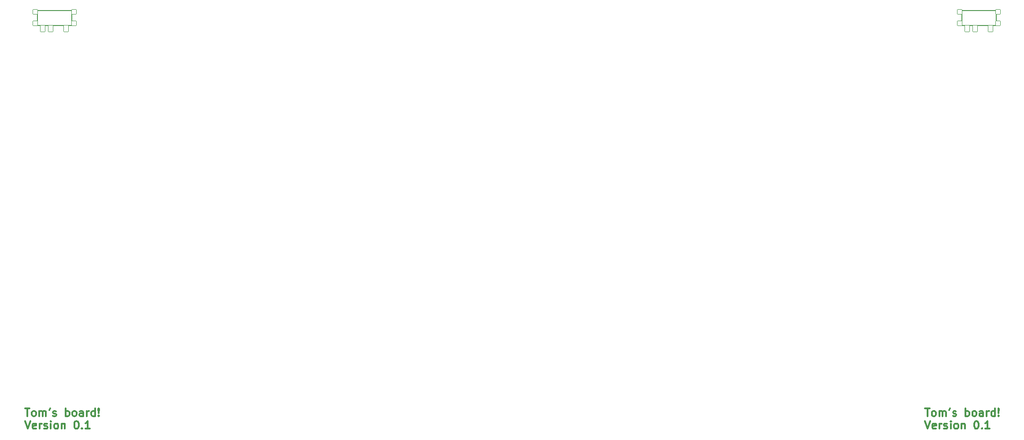
<source format=gto>
%TF.GenerationSoftware,KiCad,Pcbnew,8.0.1*%
%TF.CreationDate,2024-04-22T06:21:47+12:00*%
%TF.ProjectId,main routed,6d61696e-2072-46f7-9574-65642e6b6963,v1.0.0*%
%TF.SameCoordinates,Original*%
%TF.FileFunction,Legend,Top*%
%TF.FilePolarity,Positive*%
%FSLAX46Y46*%
G04 Gerber Fmt 4.6, Leading zero omitted, Abs format (unit mm)*
G04 Created by KiCad (PCBNEW 8.0.1) date 2024-04-22 06:21:47*
%MOMM*%
%LPD*%
G01*
G04 APERTURE LIST*
G04 Aperture macros list*
%AMRoundRect*
0 Rectangle with rounded corners*
0 $1 Rounding radius*
0 $2 $3 $4 $5 $6 $7 $8 $9 X,Y pos of 4 corners*
0 Add a 4 corners polygon primitive as box body*
4,1,4,$2,$3,$4,$5,$6,$7,$8,$9,$2,$3,0*
0 Add four circle primitives for the rounded corners*
1,1,$1+$1,$2,$3*
1,1,$1+$1,$4,$5*
1,1,$1+$1,$6,$7*
1,1,$1+$1,$8,$9*
0 Add four rect primitives between the rounded corners*
20,1,$1+$1,$2,$3,$4,$5,0*
20,1,$1+$1,$4,$5,$6,$7,0*
20,1,$1+$1,$6,$7,$8,$9,0*
20,1,$1+$1,$8,$9,$2,$3,0*%
G04 Aperture macros list end*
%ADD10C,0.300000*%
%ADD11C,0.150000*%
%ADD12RoundRect,0.050000X-0.450000X-0.450000X0.450000X-0.450000X0.450000X0.450000X-0.450000X0.450000X0*%
%ADD13C,1.100000*%
%ADD14RoundRect,0.050000X-0.450000X-0.625000X0.450000X-0.625000X0.450000X0.625000X-0.450000X0.625000X0*%
%ADD15C,1.801800*%
%ADD16C,3.100000*%
%ADD17C,4.087800*%
%ADD18C,1.497000*%
%ADD19O,2.850000X1.900000*%
G04 APERTURE END LIST*
D10*
X52840225Y-111885912D02*
X53697368Y-111885912D01*
X53268796Y-113385912D02*
X53268796Y-111885912D01*
X54411653Y-113385912D02*
X54268796Y-113314484D01*
X54268796Y-113314484D02*
X54197367Y-113243055D01*
X54197367Y-113243055D02*
X54125939Y-113100198D01*
X54125939Y-113100198D02*
X54125939Y-112671626D01*
X54125939Y-112671626D02*
X54197367Y-112528769D01*
X54197367Y-112528769D02*
X54268796Y-112457341D01*
X54268796Y-112457341D02*
X54411653Y-112385912D01*
X54411653Y-112385912D02*
X54625939Y-112385912D01*
X54625939Y-112385912D02*
X54768796Y-112457341D01*
X54768796Y-112457341D02*
X54840225Y-112528769D01*
X54840225Y-112528769D02*
X54911653Y-112671626D01*
X54911653Y-112671626D02*
X54911653Y-113100198D01*
X54911653Y-113100198D02*
X54840225Y-113243055D01*
X54840225Y-113243055D02*
X54768796Y-113314484D01*
X54768796Y-113314484D02*
X54625939Y-113385912D01*
X54625939Y-113385912D02*
X54411653Y-113385912D01*
X55554510Y-113385912D02*
X55554510Y-112385912D01*
X55554510Y-112528769D02*
X55625939Y-112457341D01*
X55625939Y-112457341D02*
X55768796Y-112385912D01*
X55768796Y-112385912D02*
X55983082Y-112385912D01*
X55983082Y-112385912D02*
X56125939Y-112457341D01*
X56125939Y-112457341D02*
X56197368Y-112600198D01*
X56197368Y-112600198D02*
X56197368Y-113385912D01*
X56197368Y-112600198D02*
X56268796Y-112457341D01*
X56268796Y-112457341D02*
X56411653Y-112385912D01*
X56411653Y-112385912D02*
X56625939Y-112385912D01*
X56625939Y-112385912D02*
X56768796Y-112457341D01*
X56768796Y-112457341D02*
X56840225Y-112600198D01*
X56840225Y-112600198D02*
X56840225Y-113385912D01*
X57625939Y-111885912D02*
X57483082Y-112171626D01*
X58197368Y-113314484D02*
X58340225Y-113385912D01*
X58340225Y-113385912D02*
X58625939Y-113385912D01*
X58625939Y-113385912D02*
X58768796Y-113314484D01*
X58768796Y-113314484D02*
X58840225Y-113171626D01*
X58840225Y-113171626D02*
X58840225Y-113100198D01*
X58840225Y-113100198D02*
X58768796Y-112957341D01*
X58768796Y-112957341D02*
X58625939Y-112885912D01*
X58625939Y-112885912D02*
X58411654Y-112885912D01*
X58411654Y-112885912D02*
X58268796Y-112814484D01*
X58268796Y-112814484D02*
X58197368Y-112671626D01*
X58197368Y-112671626D02*
X58197368Y-112600198D01*
X58197368Y-112600198D02*
X58268796Y-112457341D01*
X58268796Y-112457341D02*
X58411654Y-112385912D01*
X58411654Y-112385912D02*
X58625939Y-112385912D01*
X58625939Y-112385912D02*
X58768796Y-112457341D01*
X60625939Y-113385912D02*
X60625939Y-111885912D01*
X60625939Y-112457341D02*
X60768797Y-112385912D01*
X60768797Y-112385912D02*
X61054511Y-112385912D01*
X61054511Y-112385912D02*
X61197368Y-112457341D01*
X61197368Y-112457341D02*
X61268797Y-112528769D01*
X61268797Y-112528769D02*
X61340225Y-112671626D01*
X61340225Y-112671626D02*
X61340225Y-113100198D01*
X61340225Y-113100198D02*
X61268797Y-113243055D01*
X61268797Y-113243055D02*
X61197368Y-113314484D01*
X61197368Y-113314484D02*
X61054511Y-113385912D01*
X61054511Y-113385912D02*
X60768797Y-113385912D01*
X60768797Y-113385912D02*
X60625939Y-113314484D01*
X62197368Y-113385912D02*
X62054511Y-113314484D01*
X62054511Y-113314484D02*
X61983082Y-113243055D01*
X61983082Y-113243055D02*
X61911654Y-113100198D01*
X61911654Y-113100198D02*
X61911654Y-112671626D01*
X61911654Y-112671626D02*
X61983082Y-112528769D01*
X61983082Y-112528769D02*
X62054511Y-112457341D01*
X62054511Y-112457341D02*
X62197368Y-112385912D01*
X62197368Y-112385912D02*
X62411654Y-112385912D01*
X62411654Y-112385912D02*
X62554511Y-112457341D01*
X62554511Y-112457341D02*
X62625940Y-112528769D01*
X62625940Y-112528769D02*
X62697368Y-112671626D01*
X62697368Y-112671626D02*
X62697368Y-113100198D01*
X62697368Y-113100198D02*
X62625940Y-113243055D01*
X62625940Y-113243055D02*
X62554511Y-113314484D01*
X62554511Y-113314484D02*
X62411654Y-113385912D01*
X62411654Y-113385912D02*
X62197368Y-113385912D01*
X63983083Y-113385912D02*
X63983083Y-112600198D01*
X63983083Y-112600198D02*
X63911654Y-112457341D01*
X63911654Y-112457341D02*
X63768797Y-112385912D01*
X63768797Y-112385912D02*
X63483083Y-112385912D01*
X63483083Y-112385912D02*
X63340225Y-112457341D01*
X63983083Y-113314484D02*
X63840225Y-113385912D01*
X63840225Y-113385912D02*
X63483083Y-113385912D01*
X63483083Y-113385912D02*
X63340225Y-113314484D01*
X63340225Y-113314484D02*
X63268797Y-113171626D01*
X63268797Y-113171626D02*
X63268797Y-113028769D01*
X63268797Y-113028769D02*
X63340225Y-112885912D01*
X63340225Y-112885912D02*
X63483083Y-112814484D01*
X63483083Y-112814484D02*
X63840225Y-112814484D01*
X63840225Y-112814484D02*
X63983083Y-112743055D01*
X64697368Y-113385912D02*
X64697368Y-112385912D01*
X64697368Y-112671626D02*
X64768797Y-112528769D01*
X64768797Y-112528769D02*
X64840226Y-112457341D01*
X64840226Y-112457341D02*
X64983083Y-112385912D01*
X64983083Y-112385912D02*
X65125940Y-112385912D01*
X66268797Y-113385912D02*
X66268797Y-111885912D01*
X66268797Y-113314484D02*
X66125939Y-113385912D01*
X66125939Y-113385912D02*
X65840225Y-113385912D01*
X65840225Y-113385912D02*
X65697368Y-113314484D01*
X65697368Y-113314484D02*
X65625939Y-113243055D01*
X65625939Y-113243055D02*
X65554511Y-113100198D01*
X65554511Y-113100198D02*
X65554511Y-112671626D01*
X65554511Y-112671626D02*
X65625939Y-112528769D01*
X65625939Y-112528769D02*
X65697368Y-112457341D01*
X65697368Y-112457341D02*
X65840225Y-112385912D01*
X65840225Y-112385912D02*
X66125939Y-112385912D01*
X66125939Y-112385912D02*
X66268797Y-112457341D01*
X66983082Y-113243055D02*
X67054511Y-113314484D01*
X67054511Y-113314484D02*
X66983082Y-113385912D01*
X66983082Y-113385912D02*
X66911654Y-113314484D01*
X66911654Y-113314484D02*
X66983082Y-113243055D01*
X66983082Y-113243055D02*
X66983082Y-113385912D01*
X66983082Y-112814484D02*
X66911654Y-111957341D01*
X66911654Y-111957341D02*
X66983082Y-111885912D01*
X66983082Y-111885912D02*
X67054511Y-111957341D01*
X67054511Y-111957341D02*
X66983082Y-112814484D01*
X66983082Y-112814484D02*
X66983082Y-111885912D01*
X52840225Y-114300828D02*
X53340225Y-115800828D01*
X53340225Y-115800828D02*
X53840225Y-114300828D01*
X54911653Y-115729400D02*
X54768796Y-115800828D01*
X54768796Y-115800828D02*
X54483082Y-115800828D01*
X54483082Y-115800828D02*
X54340224Y-115729400D01*
X54340224Y-115729400D02*
X54268796Y-115586542D01*
X54268796Y-115586542D02*
X54268796Y-115015114D01*
X54268796Y-115015114D02*
X54340224Y-114872257D01*
X54340224Y-114872257D02*
X54483082Y-114800828D01*
X54483082Y-114800828D02*
X54768796Y-114800828D01*
X54768796Y-114800828D02*
X54911653Y-114872257D01*
X54911653Y-114872257D02*
X54983082Y-115015114D01*
X54983082Y-115015114D02*
X54983082Y-115157971D01*
X54983082Y-115157971D02*
X54268796Y-115300828D01*
X55625938Y-115800828D02*
X55625938Y-114800828D01*
X55625938Y-115086542D02*
X55697367Y-114943685D01*
X55697367Y-114943685D02*
X55768796Y-114872257D01*
X55768796Y-114872257D02*
X55911653Y-114800828D01*
X55911653Y-114800828D02*
X56054510Y-114800828D01*
X56483081Y-115729400D02*
X56625938Y-115800828D01*
X56625938Y-115800828D02*
X56911652Y-115800828D01*
X56911652Y-115800828D02*
X57054509Y-115729400D01*
X57054509Y-115729400D02*
X57125938Y-115586542D01*
X57125938Y-115586542D02*
X57125938Y-115515114D01*
X57125938Y-115515114D02*
X57054509Y-115372257D01*
X57054509Y-115372257D02*
X56911652Y-115300828D01*
X56911652Y-115300828D02*
X56697367Y-115300828D01*
X56697367Y-115300828D02*
X56554509Y-115229400D01*
X56554509Y-115229400D02*
X56483081Y-115086542D01*
X56483081Y-115086542D02*
X56483081Y-115015114D01*
X56483081Y-115015114D02*
X56554509Y-114872257D01*
X56554509Y-114872257D02*
X56697367Y-114800828D01*
X56697367Y-114800828D02*
X56911652Y-114800828D01*
X56911652Y-114800828D02*
X57054509Y-114872257D01*
X57768795Y-115800828D02*
X57768795Y-114800828D01*
X57768795Y-114300828D02*
X57697367Y-114372257D01*
X57697367Y-114372257D02*
X57768795Y-114443685D01*
X57768795Y-114443685D02*
X57840224Y-114372257D01*
X57840224Y-114372257D02*
X57768795Y-114300828D01*
X57768795Y-114300828D02*
X57768795Y-114443685D01*
X58697367Y-115800828D02*
X58554510Y-115729400D01*
X58554510Y-115729400D02*
X58483081Y-115657971D01*
X58483081Y-115657971D02*
X58411653Y-115515114D01*
X58411653Y-115515114D02*
X58411653Y-115086542D01*
X58411653Y-115086542D02*
X58483081Y-114943685D01*
X58483081Y-114943685D02*
X58554510Y-114872257D01*
X58554510Y-114872257D02*
X58697367Y-114800828D01*
X58697367Y-114800828D02*
X58911653Y-114800828D01*
X58911653Y-114800828D02*
X59054510Y-114872257D01*
X59054510Y-114872257D02*
X59125939Y-114943685D01*
X59125939Y-114943685D02*
X59197367Y-115086542D01*
X59197367Y-115086542D02*
X59197367Y-115515114D01*
X59197367Y-115515114D02*
X59125939Y-115657971D01*
X59125939Y-115657971D02*
X59054510Y-115729400D01*
X59054510Y-115729400D02*
X58911653Y-115800828D01*
X58911653Y-115800828D02*
X58697367Y-115800828D01*
X59840224Y-114800828D02*
X59840224Y-115800828D01*
X59840224Y-114943685D02*
X59911653Y-114872257D01*
X59911653Y-114872257D02*
X60054510Y-114800828D01*
X60054510Y-114800828D02*
X60268796Y-114800828D01*
X60268796Y-114800828D02*
X60411653Y-114872257D01*
X60411653Y-114872257D02*
X60483082Y-115015114D01*
X60483082Y-115015114D02*
X60483082Y-115800828D01*
X62625939Y-114300828D02*
X62768796Y-114300828D01*
X62768796Y-114300828D02*
X62911653Y-114372257D01*
X62911653Y-114372257D02*
X62983082Y-114443685D01*
X62983082Y-114443685D02*
X63054510Y-114586542D01*
X63054510Y-114586542D02*
X63125939Y-114872257D01*
X63125939Y-114872257D02*
X63125939Y-115229400D01*
X63125939Y-115229400D02*
X63054510Y-115515114D01*
X63054510Y-115515114D02*
X62983082Y-115657971D01*
X62983082Y-115657971D02*
X62911653Y-115729400D01*
X62911653Y-115729400D02*
X62768796Y-115800828D01*
X62768796Y-115800828D02*
X62625939Y-115800828D01*
X62625939Y-115800828D02*
X62483082Y-115729400D01*
X62483082Y-115729400D02*
X62411653Y-115657971D01*
X62411653Y-115657971D02*
X62340224Y-115515114D01*
X62340224Y-115515114D02*
X62268796Y-115229400D01*
X62268796Y-115229400D02*
X62268796Y-114872257D01*
X62268796Y-114872257D02*
X62340224Y-114586542D01*
X62340224Y-114586542D02*
X62411653Y-114443685D01*
X62411653Y-114443685D02*
X62483082Y-114372257D01*
X62483082Y-114372257D02*
X62625939Y-114300828D01*
X63768795Y-115657971D02*
X63840224Y-115729400D01*
X63840224Y-115729400D02*
X63768795Y-115800828D01*
X63768795Y-115800828D02*
X63697367Y-115729400D01*
X63697367Y-115729400D02*
X63768795Y-115657971D01*
X63768795Y-115657971D02*
X63768795Y-115800828D01*
X65268796Y-115800828D02*
X64411653Y-115800828D01*
X64840224Y-115800828D02*
X64840224Y-114300828D01*
X64840224Y-114300828D02*
X64697367Y-114515114D01*
X64697367Y-114515114D02*
X64554510Y-114657971D01*
X64554510Y-114657971D02*
X64411653Y-114729400D01*
X225840225Y-111885912D02*
X226697368Y-111885912D01*
X226268796Y-113385912D02*
X226268796Y-111885912D01*
X227411653Y-113385912D02*
X227268796Y-113314484D01*
X227268796Y-113314484D02*
X227197367Y-113243055D01*
X227197367Y-113243055D02*
X227125939Y-113100198D01*
X227125939Y-113100198D02*
X227125939Y-112671626D01*
X227125939Y-112671626D02*
X227197367Y-112528769D01*
X227197367Y-112528769D02*
X227268796Y-112457341D01*
X227268796Y-112457341D02*
X227411653Y-112385912D01*
X227411653Y-112385912D02*
X227625939Y-112385912D01*
X227625939Y-112385912D02*
X227768796Y-112457341D01*
X227768796Y-112457341D02*
X227840225Y-112528769D01*
X227840225Y-112528769D02*
X227911653Y-112671626D01*
X227911653Y-112671626D02*
X227911653Y-113100198D01*
X227911653Y-113100198D02*
X227840225Y-113243055D01*
X227840225Y-113243055D02*
X227768796Y-113314484D01*
X227768796Y-113314484D02*
X227625939Y-113385912D01*
X227625939Y-113385912D02*
X227411653Y-113385912D01*
X228554510Y-113385912D02*
X228554510Y-112385912D01*
X228554510Y-112528769D02*
X228625939Y-112457341D01*
X228625939Y-112457341D02*
X228768796Y-112385912D01*
X228768796Y-112385912D02*
X228983082Y-112385912D01*
X228983082Y-112385912D02*
X229125939Y-112457341D01*
X229125939Y-112457341D02*
X229197368Y-112600198D01*
X229197368Y-112600198D02*
X229197368Y-113385912D01*
X229197368Y-112600198D02*
X229268796Y-112457341D01*
X229268796Y-112457341D02*
X229411653Y-112385912D01*
X229411653Y-112385912D02*
X229625939Y-112385912D01*
X229625939Y-112385912D02*
X229768796Y-112457341D01*
X229768796Y-112457341D02*
X229840225Y-112600198D01*
X229840225Y-112600198D02*
X229840225Y-113385912D01*
X230625939Y-111885912D02*
X230483082Y-112171626D01*
X231197368Y-113314484D02*
X231340225Y-113385912D01*
X231340225Y-113385912D02*
X231625939Y-113385912D01*
X231625939Y-113385912D02*
X231768796Y-113314484D01*
X231768796Y-113314484D02*
X231840225Y-113171626D01*
X231840225Y-113171626D02*
X231840225Y-113100198D01*
X231840225Y-113100198D02*
X231768796Y-112957341D01*
X231768796Y-112957341D02*
X231625939Y-112885912D01*
X231625939Y-112885912D02*
X231411654Y-112885912D01*
X231411654Y-112885912D02*
X231268796Y-112814484D01*
X231268796Y-112814484D02*
X231197368Y-112671626D01*
X231197368Y-112671626D02*
X231197368Y-112600198D01*
X231197368Y-112600198D02*
X231268796Y-112457341D01*
X231268796Y-112457341D02*
X231411654Y-112385912D01*
X231411654Y-112385912D02*
X231625939Y-112385912D01*
X231625939Y-112385912D02*
X231768796Y-112457341D01*
X233625939Y-113385912D02*
X233625939Y-111885912D01*
X233625939Y-112457341D02*
X233768797Y-112385912D01*
X233768797Y-112385912D02*
X234054511Y-112385912D01*
X234054511Y-112385912D02*
X234197368Y-112457341D01*
X234197368Y-112457341D02*
X234268797Y-112528769D01*
X234268797Y-112528769D02*
X234340225Y-112671626D01*
X234340225Y-112671626D02*
X234340225Y-113100198D01*
X234340225Y-113100198D02*
X234268797Y-113243055D01*
X234268797Y-113243055D02*
X234197368Y-113314484D01*
X234197368Y-113314484D02*
X234054511Y-113385912D01*
X234054511Y-113385912D02*
X233768797Y-113385912D01*
X233768797Y-113385912D02*
X233625939Y-113314484D01*
X235197368Y-113385912D02*
X235054511Y-113314484D01*
X235054511Y-113314484D02*
X234983082Y-113243055D01*
X234983082Y-113243055D02*
X234911654Y-113100198D01*
X234911654Y-113100198D02*
X234911654Y-112671626D01*
X234911654Y-112671626D02*
X234983082Y-112528769D01*
X234983082Y-112528769D02*
X235054511Y-112457341D01*
X235054511Y-112457341D02*
X235197368Y-112385912D01*
X235197368Y-112385912D02*
X235411654Y-112385912D01*
X235411654Y-112385912D02*
X235554511Y-112457341D01*
X235554511Y-112457341D02*
X235625940Y-112528769D01*
X235625940Y-112528769D02*
X235697368Y-112671626D01*
X235697368Y-112671626D02*
X235697368Y-113100198D01*
X235697368Y-113100198D02*
X235625940Y-113243055D01*
X235625940Y-113243055D02*
X235554511Y-113314484D01*
X235554511Y-113314484D02*
X235411654Y-113385912D01*
X235411654Y-113385912D02*
X235197368Y-113385912D01*
X236983083Y-113385912D02*
X236983083Y-112600198D01*
X236983083Y-112600198D02*
X236911654Y-112457341D01*
X236911654Y-112457341D02*
X236768797Y-112385912D01*
X236768797Y-112385912D02*
X236483083Y-112385912D01*
X236483083Y-112385912D02*
X236340225Y-112457341D01*
X236983083Y-113314484D02*
X236840225Y-113385912D01*
X236840225Y-113385912D02*
X236483083Y-113385912D01*
X236483083Y-113385912D02*
X236340225Y-113314484D01*
X236340225Y-113314484D02*
X236268797Y-113171626D01*
X236268797Y-113171626D02*
X236268797Y-113028769D01*
X236268797Y-113028769D02*
X236340225Y-112885912D01*
X236340225Y-112885912D02*
X236483083Y-112814484D01*
X236483083Y-112814484D02*
X236840225Y-112814484D01*
X236840225Y-112814484D02*
X236983083Y-112743055D01*
X237697368Y-113385912D02*
X237697368Y-112385912D01*
X237697368Y-112671626D02*
X237768797Y-112528769D01*
X237768797Y-112528769D02*
X237840226Y-112457341D01*
X237840226Y-112457341D02*
X237983083Y-112385912D01*
X237983083Y-112385912D02*
X238125940Y-112385912D01*
X239268797Y-113385912D02*
X239268797Y-111885912D01*
X239268797Y-113314484D02*
X239125939Y-113385912D01*
X239125939Y-113385912D02*
X238840225Y-113385912D01*
X238840225Y-113385912D02*
X238697368Y-113314484D01*
X238697368Y-113314484D02*
X238625939Y-113243055D01*
X238625939Y-113243055D02*
X238554511Y-113100198D01*
X238554511Y-113100198D02*
X238554511Y-112671626D01*
X238554511Y-112671626D02*
X238625939Y-112528769D01*
X238625939Y-112528769D02*
X238697368Y-112457341D01*
X238697368Y-112457341D02*
X238840225Y-112385912D01*
X238840225Y-112385912D02*
X239125939Y-112385912D01*
X239125939Y-112385912D02*
X239268797Y-112457341D01*
X239983082Y-113243055D02*
X240054511Y-113314484D01*
X240054511Y-113314484D02*
X239983082Y-113385912D01*
X239983082Y-113385912D02*
X239911654Y-113314484D01*
X239911654Y-113314484D02*
X239983082Y-113243055D01*
X239983082Y-113243055D02*
X239983082Y-113385912D01*
X239983082Y-112814484D02*
X239911654Y-111957341D01*
X239911654Y-111957341D02*
X239983082Y-111885912D01*
X239983082Y-111885912D02*
X240054511Y-111957341D01*
X240054511Y-111957341D02*
X239983082Y-112814484D01*
X239983082Y-112814484D02*
X239983082Y-111885912D01*
X225840225Y-114300828D02*
X226340225Y-115800828D01*
X226340225Y-115800828D02*
X226840225Y-114300828D01*
X227911653Y-115729400D02*
X227768796Y-115800828D01*
X227768796Y-115800828D02*
X227483082Y-115800828D01*
X227483082Y-115800828D02*
X227340224Y-115729400D01*
X227340224Y-115729400D02*
X227268796Y-115586542D01*
X227268796Y-115586542D02*
X227268796Y-115015114D01*
X227268796Y-115015114D02*
X227340224Y-114872257D01*
X227340224Y-114872257D02*
X227483082Y-114800828D01*
X227483082Y-114800828D02*
X227768796Y-114800828D01*
X227768796Y-114800828D02*
X227911653Y-114872257D01*
X227911653Y-114872257D02*
X227983082Y-115015114D01*
X227983082Y-115015114D02*
X227983082Y-115157971D01*
X227983082Y-115157971D02*
X227268796Y-115300828D01*
X228625938Y-115800828D02*
X228625938Y-114800828D01*
X228625938Y-115086542D02*
X228697367Y-114943685D01*
X228697367Y-114943685D02*
X228768796Y-114872257D01*
X228768796Y-114872257D02*
X228911653Y-114800828D01*
X228911653Y-114800828D02*
X229054510Y-114800828D01*
X229483081Y-115729400D02*
X229625938Y-115800828D01*
X229625938Y-115800828D02*
X229911652Y-115800828D01*
X229911652Y-115800828D02*
X230054509Y-115729400D01*
X230054509Y-115729400D02*
X230125938Y-115586542D01*
X230125938Y-115586542D02*
X230125938Y-115515114D01*
X230125938Y-115515114D02*
X230054509Y-115372257D01*
X230054509Y-115372257D02*
X229911652Y-115300828D01*
X229911652Y-115300828D02*
X229697367Y-115300828D01*
X229697367Y-115300828D02*
X229554509Y-115229400D01*
X229554509Y-115229400D02*
X229483081Y-115086542D01*
X229483081Y-115086542D02*
X229483081Y-115015114D01*
X229483081Y-115015114D02*
X229554509Y-114872257D01*
X229554509Y-114872257D02*
X229697367Y-114800828D01*
X229697367Y-114800828D02*
X229911652Y-114800828D01*
X229911652Y-114800828D02*
X230054509Y-114872257D01*
X230768795Y-115800828D02*
X230768795Y-114800828D01*
X230768795Y-114300828D02*
X230697367Y-114372257D01*
X230697367Y-114372257D02*
X230768795Y-114443685D01*
X230768795Y-114443685D02*
X230840224Y-114372257D01*
X230840224Y-114372257D02*
X230768795Y-114300828D01*
X230768795Y-114300828D02*
X230768795Y-114443685D01*
X231697367Y-115800828D02*
X231554510Y-115729400D01*
X231554510Y-115729400D02*
X231483081Y-115657971D01*
X231483081Y-115657971D02*
X231411653Y-115515114D01*
X231411653Y-115515114D02*
X231411653Y-115086542D01*
X231411653Y-115086542D02*
X231483081Y-114943685D01*
X231483081Y-114943685D02*
X231554510Y-114872257D01*
X231554510Y-114872257D02*
X231697367Y-114800828D01*
X231697367Y-114800828D02*
X231911653Y-114800828D01*
X231911653Y-114800828D02*
X232054510Y-114872257D01*
X232054510Y-114872257D02*
X232125939Y-114943685D01*
X232125939Y-114943685D02*
X232197367Y-115086542D01*
X232197367Y-115086542D02*
X232197367Y-115515114D01*
X232197367Y-115515114D02*
X232125939Y-115657971D01*
X232125939Y-115657971D02*
X232054510Y-115729400D01*
X232054510Y-115729400D02*
X231911653Y-115800828D01*
X231911653Y-115800828D02*
X231697367Y-115800828D01*
X232840224Y-114800828D02*
X232840224Y-115800828D01*
X232840224Y-114943685D02*
X232911653Y-114872257D01*
X232911653Y-114872257D02*
X233054510Y-114800828D01*
X233054510Y-114800828D02*
X233268796Y-114800828D01*
X233268796Y-114800828D02*
X233411653Y-114872257D01*
X233411653Y-114872257D02*
X233483082Y-115015114D01*
X233483082Y-115015114D02*
X233483082Y-115800828D01*
X235625939Y-114300828D02*
X235768796Y-114300828D01*
X235768796Y-114300828D02*
X235911653Y-114372257D01*
X235911653Y-114372257D02*
X235983082Y-114443685D01*
X235983082Y-114443685D02*
X236054510Y-114586542D01*
X236054510Y-114586542D02*
X236125939Y-114872257D01*
X236125939Y-114872257D02*
X236125939Y-115229400D01*
X236125939Y-115229400D02*
X236054510Y-115515114D01*
X236054510Y-115515114D02*
X235983082Y-115657971D01*
X235983082Y-115657971D02*
X235911653Y-115729400D01*
X235911653Y-115729400D02*
X235768796Y-115800828D01*
X235768796Y-115800828D02*
X235625939Y-115800828D01*
X235625939Y-115800828D02*
X235483082Y-115729400D01*
X235483082Y-115729400D02*
X235411653Y-115657971D01*
X235411653Y-115657971D02*
X235340224Y-115515114D01*
X235340224Y-115515114D02*
X235268796Y-115229400D01*
X235268796Y-115229400D02*
X235268796Y-114872257D01*
X235268796Y-114872257D02*
X235340224Y-114586542D01*
X235340224Y-114586542D02*
X235411653Y-114443685D01*
X235411653Y-114443685D02*
X235483082Y-114372257D01*
X235483082Y-114372257D02*
X235625939Y-114300828D01*
X236768795Y-115657971D02*
X236840224Y-115729400D01*
X236840224Y-115729400D02*
X236768795Y-115800828D01*
X236768795Y-115800828D02*
X236697367Y-115729400D01*
X236697367Y-115729400D02*
X236768795Y-115657971D01*
X236768795Y-115657971D02*
X236768795Y-115800828D01*
X238268796Y-115800828D02*
X237411653Y-115800828D01*
X237840224Y-115800828D02*
X237840224Y-114300828D01*
X237840224Y-114300828D02*
X237697367Y-114515114D01*
X237697367Y-114515114D02*
X237554510Y-114657971D01*
X237554510Y-114657971D02*
X237411653Y-114729400D01*
D11*
%TO.C,T1*%
X55192257Y-35270000D02*
X55192257Y-38120000D01*
X55192257Y-38120000D02*
X61792257Y-38120000D01*
X58492257Y-35270000D02*
X55192257Y-35270000D01*
X58492257Y-35270000D02*
X61792257Y-35270000D01*
X60442257Y-35270000D02*
X56542257Y-35270000D01*
X61792257Y-38120000D02*
X61792257Y-35270000D01*
%TO.C,T2*%
X232880000Y-35270000D02*
X232880000Y-38120000D01*
X232880000Y-38120000D02*
X239480000Y-38120000D01*
X236180000Y-35270000D02*
X232880000Y-35270000D01*
X236180000Y-35270000D02*
X239480000Y-35270000D01*
X238130000Y-35270000D02*
X234230000Y-35270000D01*
X239480000Y-38120000D02*
X239480000Y-35270000D01*
%TD*%
%LPC*%
D12*
%TO.C,T1*%
X54792257Y-35520000D03*
X54792257Y-37720000D03*
D13*
X56992257Y-36620000D03*
X59992257Y-36620000D03*
D12*
X62192257Y-35520000D03*
X62192257Y-37720000D03*
D14*
X60742257Y-38695000D03*
X57742257Y-38695000D03*
X56242257Y-38695000D03*
%TD*%
D15*
%TO.C,S25*%
X211340000Y-83124000D03*
D16*
X212610000Y-80584000D03*
D17*
X216420000Y-83124000D03*
D16*
X218960000Y-78044000D03*
D15*
X221500000Y-83124000D03*
%TD*%
%TO.C,S28*%
X191580000Y-95011200D03*
D16*
X192850000Y-92471200D03*
D17*
X196660000Y-95011200D03*
D16*
X199200000Y-89931200D03*
D15*
X201740000Y-95011200D03*
%TD*%
%TO.C,S14*%
X112692257Y-79161600D03*
D16*
X113962257Y-76621600D03*
D17*
X117772257Y-79161600D03*
D16*
X120312257Y-74081600D03*
D15*
X122852257Y-79161600D03*
%TD*%
D12*
%TO.C,T2*%
X232480000Y-35520000D03*
X232480000Y-37720000D03*
D13*
X234680000Y-36620000D03*
X237680000Y-36620000D03*
D12*
X239880000Y-35520000D03*
X239880000Y-37720000D03*
D14*
X238430000Y-38695000D03*
X235430000Y-38695000D03*
X233930000Y-38695000D03*
%TD*%
D15*
%TO.C,S36*%
X159376323Y-134853675D03*
D16*
X158910800Y-132052285D03*
D17*
X163486129Y-131867726D03*
D16*
X162555083Y-126264945D03*
D15*
X167595935Y-128881777D03*
%TD*%
%TO.C,S4*%
X53412257Y-89067600D03*
D16*
X54682257Y-86527600D03*
D17*
X58492257Y-89067600D03*
D16*
X61032257Y-83987600D03*
D15*
X63572257Y-89067600D03*
%TD*%
D18*
%TO.C,BATTPAD4*%
X215420000Y-97030000D03*
X217420000Y-97030000D03*
%TD*%
D15*
%TO.C,S35*%
X179105183Y-123137524D03*
D16*
X179528122Y-120329389D03*
D17*
X183936550Y-121567718D03*
D16*
X184782427Y-115951448D03*
D15*
X188767917Y-119997912D03*
%TD*%
%TO.C,S17*%
X105904340Y-119997912D03*
D16*
X107897085Y-117974680D03*
D17*
X110735707Y-121567718D03*
D16*
X114721197Y-117521254D03*
D15*
X115567074Y-123137524D03*
%TD*%
%TO.C,S30*%
X191580000Y-55387200D03*
D16*
X192850000Y-52847200D03*
D17*
X196660000Y-55387200D03*
D16*
X199200000Y-50307200D03*
D15*
X201740000Y-55387200D03*
%TD*%
%TO.C,S32*%
X171820000Y-79161600D03*
D16*
X173090000Y-76621600D03*
D17*
X176900000Y-79161600D03*
D16*
X179440000Y-74081600D03*
D15*
X181980000Y-79161600D03*
%TD*%
%TO.C,S26*%
X211340000Y-63312000D03*
D16*
X212610000Y-60772000D03*
D17*
X216420000Y-63312000D03*
D16*
X218960000Y-58232000D03*
D15*
X221500000Y-63312000D03*
%TD*%
%TO.C,S15*%
X112692257Y-59349600D03*
D16*
X113962257Y-56809600D03*
D17*
X117772257Y-59349600D03*
D16*
X120312257Y-54269600D03*
D15*
X122852257Y-59349600D03*
%TD*%
%TO.C,S2*%
X33652257Y-89067600D03*
D16*
X34922257Y-86527600D03*
D17*
X38732257Y-89067600D03*
D16*
X41272257Y-83987600D03*
D15*
X43812257Y-89067600D03*
%TD*%
%TO.C,S27*%
X211340000Y-43500000D03*
D16*
X212610000Y-40960000D03*
D17*
X216420000Y-43500000D03*
D16*
X218960000Y-38420000D03*
D15*
X221500000Y-43500000D03*
%TD*%
%TO.C,S11*%
X92932257Y-75199200D03*
D16*
X94202257Y-72659200D03*
D17*
X98012257Y-75199200D03*
D16*
X100552257Y-70119200D03*
D15*
X103092257Y-75199200D03*
%TD*%
D19*
%TO.C,xiao-ble2*%
X247735000Y-37348600D03*
X247735000Y-39888600D03*
X247735000Y-42428600D03*
X247735000Y-44968600D03*
X247735000Y-47508600D03*
X247735000Y-50048600D03*
X247735000Y-52588600D03*
X263925000Y-52588600D03*
X263925000Y-50048600D03*
X263925000Y-47508600D03*
X263925000Y-44968600D03*
X263925000Y-42428600D03*
X263925000Y-39888600D03*
X263925000Y-37348600D03*
D18*
X254560000Y-36396600D03*
X257100000Y-36396600D03*
X254560000Y-38936600D03*
X257100000Y-38936600D03*
X251385000Y-44651600D03*
X251385000Y-42746600D03*
%TD*%
D15*
%TO.C,S1*%
X33652257Y-108879600D03*
D16*
X34922257Y-106339600D03*
D17*
X38732257Y-108879600D03*
D16*
X41272257Y-103799600D03*
D15*
X43812257Y-108879600D03*
%TD*%
%TO.C,S21*%
X250860000Y-69255600D03*
D16*
X252130000Y-66715600D03*
D17*
X255940000Y-69255600D03*
D16*
X258480000Y-64175600D03*
D15*
X261020000Y-69255600D03*
%TD*%
%TO.C,S24*%
X231100000Y-49443600D03*
D16*
X232370000Y-46903600D03*
D17*
X236180000Y-49443600D03*
D16*
X238720000Y-44363600D03*
D15*
X241260000Y-49443600D03*
%TD*%
%TO.C,S6*%
X53412257Y-49443600D03*
D16*
X54682257Y-46903600D03*
D17*
X58492257Y-49443600D03*
D16*
X61032257Y-44363600D03*
D15*
X63572257Y-49443600D03*
%TD*%
%TO.C,S29*%
X191580000Y-75199200D03*
D16*
X192850000Y-72659200D03*
D17*
X196660000Y-75199200D03*
D16*
X199200000Y-70119200D03*
D15*
X201740000Y-75199200D03*
%TD*%
%TO.C,S13*%
X112692257Y-98973600D03*
D16*
X113962257Y-96433600D03*
D17*
X117772257Y-98973600D03*
D16*
X120312257Y-93893600D03*
D15*
X122852257Y-98973600D03*
%TD*%
%TO.C,S20*%
X250860000Y-89067600D03*
D16*
X252130000Y-86527600D03*
D17*
X255940000Y-89067600D03*
D16*
X258480000Y-83987600D03*
D15*
X261020000Y-89067600D03*
%TD*%
%TO.C,S8*%
X73172257Y-63312000D03*
D16*
X74442257Y-60772000D03*
D17*
X78252257Y-63312000D03*
D16*
X80792257Y-58232000D03*
D15*
X83332257Y-63312000D03*
%TD*%
%TO.C,S7*%
X73172257Y-83124000D03*
D16*
X74442257Y-80584000D03*
D17*
X78252257Y-83124000D03*
D16*
X80792257Y-78044000D03*
D15*
X83332257Y-83124000D03*
%TD*%
%TO.C,S23*%
X231100000Y-69255600D03*
D16*
X232370000Y-66715600D03*
D17*
X236180000Y-69255600D03*
D16*
X238720000Y-64175600D03*
D15*
X241260000Y-69255600D03*
%TD*%
%TO.C,S33*%
X171820000Y-59349600D03*
D16*
X173090000Y-56809600D03*
D17*
X176900000Y-59349600D03*
D16*
X179440000Y-54269600D03*
D15*
X181980000Y-59349600D03*
%TD*%
%TO.C,S5*%
X53412257Y-69255600D03*
D16*
X54682257Y-66715600D03*
D17*
X58492257Y-69255600D03*
D16*
X61032257Y-64175600D03*
D15*
X63572257Y-69255600D03*
%TD*%
%TO.C,S12*%
X92932257Y-55387200D03*
D16*
X94202257Y-52847200D03*
D17*
X98012257Y-55387200D03*
D16*
X100552257Y-50307200D03*
D15*
X103092257Y-55387200D03*
%TD*%
%TO.C,S34*%
X201080000Y-117823200D03*
D16*
X202350000Y-115283200D03*
D17*
X206160000Y-117823200D03*
D16*
X208700000Y-112743200D03*
D15*
X211240000Y-117823200D03*
%TD*%
%TO.C,S18*%
X127076323Y-128881777D03*
D16*
X129596749Y-127573361D03*
D17*
X131186129Y-131867726D03*
D16*
X136226981Y-129250894D03*
D15*
X135295935Y-134853675D03*
%TD*%
%TO.C,S3*%
X33652257Y-69255600D03*
D16*
X34922257Y-66715600D03*
D17*
X38732257Y-69255600D03*
D16*
X41272257Y-64175600D03*
D15*
X43812257Y-69255600D03*
%TD*%
%TO.C,S31*%
X171820000Y-98973600D03*
D16*
X173090000Y-96433600D03*
D17*
X176900000Y-98973600D03*
D16*
X179440000Y-93893600D03*
D15*
X181980000Y-98973600D03*
%TD*%
%TO.C,S16*%
X83432257Y-117823200D03*
D16*
X84702257Y-115283200D03*
D17*
X88512257Y-117823200D03*
D16*
X91052257Y-112743200D03*
D15*
X93592257Y-117823200D03*
%TD*%
%TO.C,S22*%
X231100000Y-89067600D03*
D16*
X232370000Y-86527600D03*
D17*
X236180000Y-89067600D03*
D16*
X238720000Y-83987600D03*
D15*
X241260000Y-89067600D03*
%TD*%
%TO.C,S19*%
X250860000Y-108879600D03*
D16*
X252130000Y-106339600D03*
D17*
X255940000Y-108879600D03*
D16*
X258480000Y-103799600D03*
D15*
X261020000Y-108879600D03*
%TD*%
D19*
%TO.C,xiao-ble1*%
X30747257Y-37348600D03*
X30747257Y-39888600D03*
X30747257Y-42428600D03*
X30747257Y-44968600D03*
X30747257Y-47508600D03*
X30747257Y-50048600D03*
X30747257Y-52588600D03*
X46937257Y-52588600D03*
X46937257Y-50048600D03*
X46937257Y-47508600D03*
X46937257Y-44968600D03*
X46937257Y-42428600D03*
X46937257Y-39888600D03*
X46937257Y-37348600D03*
D18*
X37572257Y-36396600D03*
X40112257Y-36396600D03*
X37572257Y-38936600D03*
X40112257Y-38936600D03*
X34397257Y-44651600D03*
X34397257Y-42746600D03*
%TD*%
D15*
%TO.C,S9*%
X73172257Y-43500000D03*
D16*
X74442257Y-40960000D03*
D17*
X78252257Y-43500000D03*
D16*
X80792257Y-38420000D03*
D15*
X83332257Y-43500000D03*
%TD*%
%TO.C,S10*%
X92932257Y-95011200D03*
D16*
X94202257Y-92471200D03*
D17*
X98012257Y-95011200D03*
D16*
X100552257Y-89931200D03*
D15*
X103092257Y-95011200D03*
%TD*%
D18*
%TO.C,BATTPAD2*%
X77252257Y-97030000D03*
X79252257Y-97030000D03*
%TD*%
%LPD*%
M02*

</source>
